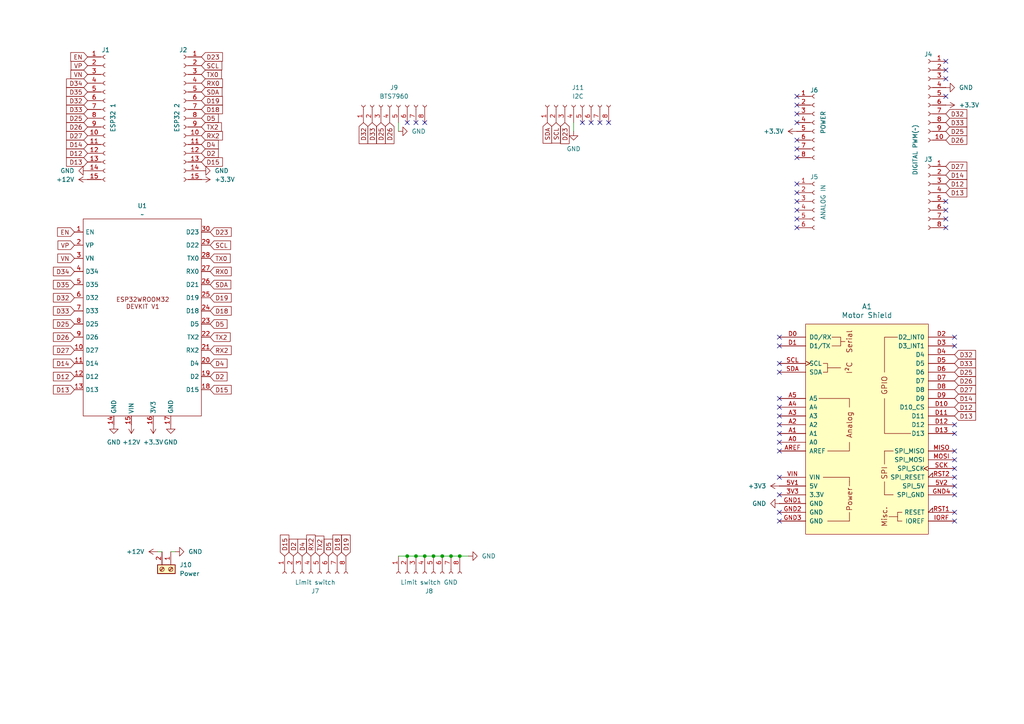
<source format=kicad_sch>
(kicad_sch (version 20231120) (generator "eeschema") (generator_version "8.0")
  (paper "A4")
  (lib_symbols
    (symbol "Connector:Conn_01x06_Socket" (pin_names (offset 1.016) hide)
      (property "Reference" "J" (at 0 7.62 0))
      (property "Value" "Conn_01x06_Socket" (at 0 -10.16 0))
      (symbol "Conn_01x06_Socket_1_1"
        (arc (start 0 -7.112) (mid -0.5058 -7.62) (end 0 -8.128) (stroke (width 0.1524)))
        (arc (start 0 -4.572) (mid -0.5058 -5.08) (end 0 -5.588) (stroke (width 0.1524)))
        (arc (start 0 -2.032) (mid -0.5058 -2.54) (end 0 -3.048) (stroke (width 0.1524)))
        (polyline (pts (xy -1.27 -7.62) (xy -0.508 -7.62)) (stroke (width 0.1524)))
        (polyline (pts (xy -1.27 -5.08) (xy -0.508 -5.08)) (stroke (width 0.1524)))
        (polyline (pts (xy -1.27 -2.54) (xy -0.508 -2.54)) (stroke (width 0.1524)))
        (polyline (pts (xy -1.27 0) (xy -0.508 0)) (stroke (width 0.1524)))
        (polyline (pts (xy -1.27 2.54) (xy -0.508 2.54)) (stroke (width 0.1524)))
        (polyline (pts (xy -1.27 5.08) (xy -0.508 5.08)) (stroke (width 0.1524)))
        (arc (start 0 0.508) (mid -0.5058 0) (end 0 -0.508) (stroke (width 0.1524)))
        (arc (start 0 3.048) (mid -0.5058 2.54) (end 0 2.032) (stroke (width 0.1524)))
        (arc (start 0 5.588) (mid -0.5058 5.08) (end 0 4.572) (stroke (width 0.1524)))
        (pin passive line (at -5.08 5.08 0) (length 3.81) (name "Pin_1") (number "1"))
        (pin passive line (at -5.08 2.54 0) (length 3.81) (name "Pin_2") (number "2"))
        (pin passive line (at -5.08 0 0) (length 3.81) (name "Pin_3") (number "3"))
        (pin passive line (at -5.08 -2.54 0) (length 3.81) (name "Pin_4") (number "4"))
        (pin passive line (at -5.08 -5.08 0) (length 3.81) (name "Pin_5") (number "5"))
        (pin passive line (at -5.08 -7.62 0) (length 3.81) (name "Pin_6") (number "6"))
      )
    )
    (symbol "Connector:Conn_01x08_Socket" (pin_names (offset 1.016) hide)
      (property "Reference" "J" (at 0 10.16 0))
      (property "Value" "Conn_01x08_Socket" (at 0 -12.7 0))
      (symbol "Conn_01x08_Socket_1_1"
        (arc (start 0 -9.652) (mid -0.5058 -10.16) (end 0 -10.668) (stroke (width 0.1524)))
        (arc (start 0 -7.112) (mid -0.5058 -7.62) (end 0 -8.128) (stroke (width 0.1524)))
        (arc (start 0 -4.572) (mid -0.5058 -5.08) (end 0 -5.588) (stroke (width 0.1524)))
        (arc (start 0 -2.032) (mid -0.5058 -2.54) (end 0 -3.048) (stroke (width 0.1524)))
        (polyline (pts (xy -1.27 -10.16) (xy -0.508 -10.16)) (stroke (width 0.1524)))
        (polyline (pts (xy -1.27 -7.62) (xy -0.508 -7.62)) (stroke (width 0.1524)))
        (polyline (pts (xy -1.27 -5.08) (xy -0.508 -5.08)) (stroke (width 0.1524)))
        (polyline (pts (xy -1.27 -2.54) (xy -0.508 -2.54)) (stroke (width 0.1524)))
        (polyline (pts (xy -1.27 0) (xy -0.508 0)) (stroke (width 0.1524)))
        (polyline (pts (xy -1.27 2.54) (xy -0.508 2.54)) (stroke (width 0.1524)))
        (polyline (pts (xy -1.27 5.08) (xy -0.508 5.08)) (stroke (width 0.1524)))
        (polyline (pts (xy -1.27 7.62) (xy -0.508 7.62)) (stroke (width 0.1524)))
        (arc (start 0 0.508) (mid -0.5058 0) (end 0 -0.508) (stroke (width 0.1524)))
        (arc (start 0 3.048) (mid -0.5058 2.54) (end 0 2.032) (stroke (width 0.1524)))
        (arc (start 0 5.588) (mid -0.5058 5.08) (end 0 4.572) (stroke (width 0.1524)))
        (arc (start 0 8.128) (mid -0.5058 7.62) (end 0 7.112) (stroke (width 0.1524)))
        (pin passive line (at -5.08 7.62 0) (length 3.81) (name "Pin_1") (number "1"))
        (pin passive line (at -5.08 5.08 0) (length 3.81) (name "Pin_2") (number "2"))
        (pin passive line (at -5.08 2.54 0) (length 3.81) (name "Pin_3") (number "3"))
        (pin passive line (at -5.08 0 0) (length 3.81) (name "Pin_4") (number "4"))
        (pin passive line (at -5.08 -2.54 0) (length 3.81) (name "Pin_5") (number "5"))
        (pin passive line (at -5.08 -5.08 0) (length 3.81) (name "Pin_6") (number "6"))
        (pin passive line (at -5.08 -7.62 0) (length 3.81) (name "Pin_7") (number "7"))
        (pin passive line (at -5.08 -10.16 0) (length 3.81) (name "Pin_8") (number "8"))
      )
    )
    (symbol "Connector:Conn_01x10_Socket" (pin_names (offset 1.016) hide)
      (property "Reference" "J" (at 0 12.7 0))
      (property "Value" "Conn_01x10_Socket" (at 0 -15.24 0))
      (symbol "Conn_01x10_Socket_1_1"
        (arc (start 0 -12.192) (mid -0.5058 -12.7) (end 0 -13.208) (stroke (width 0.1524)))
        (arc (start 0 -9.652) (mid -0.5058 -10.16) (end 0 -10.668) (stroke (width 0.1524)))
        (arc (start 0 -7.112) (mid -0.5058 -7.62) (end 0 -8.128) (stroke (width 0.1524)))
        (arc (start 0 -4.572) (mid -0.5058 -5.08) (end 0 -5.588) (stroke (width 0.1524)))
        (arc (start 0 -2.032) (mid -0.5058 -2.54) (end 0 -3.048) (stroke (width 0.1524)))
        (polyline (pts (xy -1.27 -12.7) (xy -0.508 -12.7)) (stroke (width 0.1524)))
        (polyline (pts (xy -1.27 -10.16) (xy -0.508 -10.16)) (stroke (width 0.1524)))
        (polyline (pts (xy -1.27 -7.62) (xy -0.508 -7.62)) (stroke (width 0.1524)))
        (polyline (pts (xy -1.27 -5.08) (xy -0.508 -5.08)) (stroke (width 0.1524)))
        (polyline (pts (xy -1.27 -2.54) (xy -0.508 -2.54)) (stroke (width 0.1524)))
        (polyline (pts (xy -1.27 0) (xy -0.508 0)) (stroke (width 0.1524)))
        (polyline (pts (xy -1.27 2.54) (xy -0.508 2.54)) (stroke (width 0.1524)))
        (polyline (pts (xy -1.27 5.08) (xy -0.508 5.08)) (stroke (width 0.1524)))
        (polyline (pts (xy -1.27 7.62) (xy -0.508 7.62)) (stroke (width 0.1524)))
        (polyline (pts (xy -1.27 10.16) (xy -0.508 10.16)) (stroke (width 0.1524)))
        (arc (start 0 0.508) (mid -0.5058 0) (end 0 -0.508) (stroke (width 0.1524)))
        (arc (start 0 3.048) (mid -0.5058 2.54) (end 0 2.032) (stroke (width 0.1524)))
        (arc (start 0 5.588) (mid -0.5058 5.08) (end 0 4.572) (stroke (width 0.1524)))
        (arc (start 0 8.128) (mid -0.5058 7.62) (end 0 7.112) (stroke (width 0.1524)))
        (arc (start 0 10.668) (mid -0.5058 10.16) (end 0 9.652) (stroke (width 0.1524)))
        (pin passive line (at -5.08 10.16 0) (length 3.81) (name "Pin_1") (number "1"))
        (pin passive line (at -5.08 -12.7 0) (length 3.81) (name "Pin_10") (number "10"))
        (pin passive line (at -5.08 7.62 0) (length 3.81) (name "Pin_2") (number "2"))
        (pin passive line (at -5.08 5.08 0) (length 3.81) (name "Pin_3") (number "3"))
        (pin passive line (at -5.08 2.54 0) (length 3.81) (name "Pin_4") (number "4"))
        (pin passive line (at -5.08 0 0) (length 3.81) (name "Pin_5") (number "5"))
        (pin passive line (at -5.08 -2.54 0) (length 3.81) (name "Pin_6") (number "6"))
        (pin passive line (at -5.08 -5.08 0) (length 3.81) (name "Pin_7") (number "7"))
        (pin passive line (at -5.08 -7.62 0) (length 3.81) (name "Pin_8") (number "8"))
        (pin passive line (at -5.08 -10.16 0) (length 3.81) (name "Pin_9") (number "9"))
      )
    )
    (symbol "Connector:Conn_01x15_Socket" (pin_names (offset 1.016) hide)
      (property "Reference" "J" (at 0 20.32 0))
      (property "Value" "Conn_01x15_Socket" (at 0 -20.32 0))
      (symbol "Conn_01x15_Socket_1_1"
        (arc (start 0 -17.272) (mid -0.5058 -17.78) (end 0 -18.288) (stroke (width 0.1524)))
        (arc (start 0 -14.732) (mid -0.5058 -15.24) (end 0 -15.748) (stroke (width 0.1524)))
        (arc (start 0 -12.192) (mid -0.5058 -12.7) (end 0 -13.208) (stroke (width 0.1524)))
        (arc (start 0 -9.652) (mid -0.5058 -10.16) (end 0 -10.668) (stroke (width 0.1524)))
        (arc (start 0 -7.112) (mid -0.5058 -7.62) (end 0 -8.128) (stroke (width 0.1524)))
        (arc (start 0 -4.572) (mid -0.5058 -5.08) (end 0 -5.588) (stroke (width 0.1524)))
        (arc (start 0 -2.032) (mid -0.5058 -2.54) (end 0 -3.048) (stroke (width 0.1524)))
        (polyline (pts (xy -1.27 -17.78) (xy -0.508 -17.78)) (stroke (width 0.1524)))
        (polyline (pts (xy -1.27 -15.24) (xy -0.508 -15.24)) (stroke (width 0.1524)))
        (polyline (pts (xy -1.27 -12.7) (xy -0.508 -12.7)) (stroke (width 0.1524)))
        (polyline (pts (xy -1.27 -10.16) (xy -0.508 -10.16)) (stroke (width 0.1524)))
        (polyline (pts (xy -1.27 -7.62) (xy -0.508 -7.62)) (stroke (width 0.1524)))
        (polyline (pts (xy -1.27 -5.08) (xy -0.508 -5.08)) (stroke (width 0.1524)))
        (polyline (pts (xy -1.27 -2.54) (xy -0.508 -2.54)) (stroke (width 0.1524)))
        (polyline (pts (xy -1.27 0) (xy -0.508 0)) (stroke (width 0.1524)))
        (polyline (pts (xy -1.27 2.54) (xy -0.508 2.54)) (stroke (width 0.1524)))
        (polyline (pts (xy -1.27 5.08) (xy -0.508 5.08)) (stroke (width 0.1524)))
        (polyline (pts (xy -1.27 7.62) (xy -0.508 7.62)) (stroke (width 0.1524)))
        (polyline (pts (xy -1.27 10.16) (xy -0.508 10.16)) (stroke (width 0.1524)))
        (polyline (pts (xy -1.27 12.7) (xy -0.508 12.7)) (stroke (width 0.1524)))
        (polyline (pts (xy -1.27 15.24) (xy -0.508 15.24)) (stroke (width 0.1524)))
        (polyline (pts (xy -1.27 17.78) (xy -0.508 17.78)) (stroke (width 0.1524)))
        (arc (start 0 0.508) (mid -0.5058 0) (end 0 -0.508) (stroke (width 0.1524)))
        (arc (start 0 3.048) (mid -0.5058 2.54) (end 0 2.032) (stroke (width 0.1524)))
        (arc (start 0 5.588) (mid -0.5058 5.08) (end 0 4.572) (stroke (width 0.1524)))
        (arc (start 0 8.128) (mid -0.5058 7.62) (end 0 7.112) (stroke (width 0.1524)))
        (arc (start 0 10.668) (mid -0.5058 10.16) (end 0 9.652) (stroke (width 0.1524)))
        (arc (start 0 13.208) (mid -0.5058 12.7) (end 0 12.192) (stroke (width 0.1524)))
        (arc (start 0 15.748) (mid -0.5058 15.24) (end 0 14.732) (stroke (width 0.1524)))
        (arc (start 0 18.288) (mid -0.5058 17.78) (end 0 17.272) (stroke (width 0.1524)))
        (pin passive line (at -5.08 17.78 0) (length 3.81) (name "Pin_1") (number "1"))
        (pin passive line (at -5.08 -5.08 0) (length 3.81) (name "Pin_10") (number "10"))
        (pin passive line (at -5.08 -7.62 0) (length 3.81) (name "Pin_11") (number "11"))
        (pin passive line (at -5.08 -10.16 0) (length 3.81) (name "Pin_12") (number "12"))
        (pin passive line (at -5.08 -12.7 0) (length 3.81) (name "Pin_13") (number "13"))
        (pin passive line (at -5.08 -15.24 0) (length 3.81) (name "Pin_14") (number "14"))
        (pin passive line (at -5.08 -17.78 0) (length 3.81) (name "Pin_15") (number "15"))
        (pin passive line (at -5.08 15.24 0) (length 3.81) (name "Pin_2") (number "2"))
        (pin passive line (at -5.08 12.7 0) (length 3.81) (name "Pin_3") (number "3"))
        (pin passive line (at -5.08 10.16 0) (length 3.81) (name "Pin_4") (number "4"))
        (pin passive line (at -5.08 7.62 0) (length 3.81) (name "Pin_5") (number "5"))
        (pin passive line (at -5.08 5.08 0) (length 3.81) (name "Pin_6") (number "6"))
        (pin passive line (at -5.08 2.54 0) (length 3.81) (name "Pin_7") (number "7"))
        (pin passive line (at -5.08 0 0) (length 3.81) (name "Pin_8") (number "8"))
        (pin passive line (at -5.08 -2.54 0) (length 3.81) (name "Pin_9") (number "9"))
      )
    )
    (symbol "Connector:Screw_Terminal_01x02" (pin_names (offset 1.016) hide)
      (property "Reference" "J" (at 0 2.54 0))
      (property "Value" "Screw_Terminal_01x02" (at 0 -5.08 0))
      (symbol "Screw_Terminal_01x02_1_1"
        (rectangle (start -1.27 1.27) (end 1.27 -3.81) (stroke (width 0.254)) (fill (type background)))
        (circle (center 0 -2.54) (radius 0.635) (stroke (width 0.1524)))
        (polyline (pts (xy -0.5334 -2.2098) (xy 0.3302 -3.048)) (stroke (width 0.1524)))
        (polyline (pts (xy -0.5334 0.3302) (xy 0.3302 -0.508)) (stroke (width 0.1524)))
        (polyline (pts (xy -0.3556 -2.032) (xy 0.508 -2.8702)) (stroke (width 0.1524)))
        (polyline (pts (xy -0.3556 0.508) (xy 0.508 -0.3302)) (stroke (width 0.1524)))
        (circle (center 0 0) (radius 0.635) (stroke (width 0.1524)))
        (pin passive line (at -5.08 0 0) (length 3.81) (name "Pin_1") (number "1"))
        (pin passive line (at -5.08 -2.54 0) (length 3.81) (name "Pin_2") (number "2"))
      )
    )
    (symbol "ESP32_DEVKITV1:ESP32_DEVKITV1" (pin_names (offset 0.635))
      (property "Reference" "U" (at 0.254 19.812 0))
      (symbol "ESP32_DEVKITV1_0_1"
        (rectangle (start -16.51 22.86) (end 17.78 -34.29))
      )
      (symbol "ESP32_DEVKITV1_1_1"
        (text "ESP32WROOM32\nDEVKIT V1" (at 0.762 -1.524 0) (effects (font (size 1.27 1.27))))
        (pin bidirectional line (at -19.05 19.05 0) (length 2.54) (name "EN") (number "1"))
        (pin bidirectional line (at -19.05 -15.24 0) (length 2.54) (name "D27") (number "10"))
        (pin bidirectional line (at -19.05 -19.05 0) (length 2.54) (name "D14") (number "11"))
        (pin bidirectional line (at -19.05 -22.86 0) (length 2.54) (name "D12") (number "12"))
        (pin bidirectional line (at -19.05 -26.67 0) (length 2.54) (name "D13") (number "13"))
        (pin bidirectional line (at -7.62 -36.83 90) (length 2.54) (name "GND") (number "14"))
        (pin input line (at -2.54 -36.83 90) (length 2.54) (name "VIN") (number "15"))
        (pin input line (at 3.81 -36.83 90) (length 2.54) (name "3V3") (number "16"))
        (pin bidirectional line (at 8.89 -36.83 90) (length 2.54) (name "GND") (number "17"))
        (pin bidirectional line (at 20.32 -26.67 180) (length 2.54) (name "D15") (number "18"))
        (pin bidirectional line (at 20.32 -22.86 180) (length 2.54) (name "D2") (number "19"))
        (pin bidirectional line (at -19.05 15.24 0) (length 2.54) (name "VP") (number "2"))
        (pin bidirectional line (at 20.32 -19.05 180) (length 2.54) (name "D4") (number "20"))
        (pin bidirectional line (at 20.32 -15.24 180) (length 2.54) (name "RX2") (number "21"))
        (pin bidirectional line (at 20.32 -11.43 180) (length 2.54) (name "TX2") (number "22"))
        (pin bidirectional line (at 20.32 -7.62 180) (length 2.54) (name "D5") (number "23"))
        (pin bidirectional line (at 20.32 -3.81 180) (length 2.54) (name "D18") (number "24"))
        (pin bidirectional line (at 20.32 0 180) (length 2.54) (name "D19") (number "25"))
        (pin bidirectional line (at 20.32 3.81 180) (length 2.54) (name "D21") (number "26"))
        (pin bidirectional line (at 20.32 7.62 180) (length 2.54) (name "RX0") (number "27"))
        (pin bidirectional line (at 20.32 11.43 180) (length 2.54) (name "TX0") (number "28"))
        (pin bidirectional line (at 20.32 15.24 180) (length 2.54) (name "D22") (number "29"))
        (pin bidirectional line (at -19.05 11.43 0) (length 2.54) (name "VN") (number "3"))
        (pin bidirectional line (at 20.32 19.05 180) (length 2.54) (name "D23") (number "30"))
        (pin bidirectional line (at -19.05 7.62 0) (length 2.54) (name "D34") (number "4"))
        (pin bidirectional line (at -19.05 3.81 0) (length 2.54) (name "D35") (number "5"))
        (pin bidirectional line (at -19.05 0 0) (length 2.54) (name "D32") (number "6"))
        (pin bidirectional line (at -19.05 -3.81 0) (length 2.54) (name "D33") (number "7"))
        (pin bidirectional line (at -19.05 -7.62 0) (length 2.54) (name "D25") (number "8"))
        (pin bidirectional line (at -19.05 -11.43 0) (length 2.54) (name "D26") (number "9"))
      )
    )
    (symbol "PCM_arduino-library:Arduino_Uno_R3_Shield" (pin_names (offset 1.016))
      (property "Reference" "A" (at 0 36.83 0))
      (property "Value" "Arduino_Uno_R3_Shield" (at 0 33.02 0))
      (symbol "Arduino_Uno_R3_Shield_0_0"
        (rectangle (start -17.78 30.48) (end 17.78 -30.48) (fill (type background)))
        (rectangle (start -12.7 -13.97) (end -5.08 -13.97))
        (rectangle (start -11.43 -26.67) (end -5.08 -26.67))
        (polyline (pts (xy -11.43 17.78) (xy -7.62 17.78)))
        (polyline (pts (xy -7.62 25.4) (xy -6.35 25.4)))
        (polyline (pts (xy -5.08 -26.67) (xy -5.08 -24.13)))
        (polyline (pts (xy -5.08 -15.24) (xy -5.08 -16.51)))
        (polyline (pts (xy -5.08 -13.97) (xy -5.08 -15.24)))
        (polyline (pts (xy -5.08 -3.81) (xy -5.08 -6.35) (xy -11.43 -6.35)))
        (polyline (pts (xy -5.08 6.35) (xy -5.08 8.89) (xy -13.97 8.89)))
        (polyline (pts (xy 5.08 8.89) (xy 5.08 -1.27) (xy 12.7 -1.27)))
        (polyline (pts (xy 5.08 16.51) (xy 5.08 26.67) (xy 8.89 26.67)))
        (polyline (pts (xy -12.7 19.05) (xy -11.43 19.05) (xy -11.43 16.51) (xy -12.7 16.51)))
        (polyline (pts (xy -10.16 26.67) (xy -7.62 26.67) (xy -7.62 24.13) (xy -10.16 24.13)))
        (rectangle (start 5.08 -19.05) (end 5.08 -15.24))
        (rectangle (start 5.08 -19.05) (end 7.62 -19.05))
        (rectangle (start 5.08 -10.16) (end 5.08 -6.35))
        (rectangle (start 7.62 -6.35) (end 5.08 -6.35))
        (rectangle (start 8.89 -25.4) (end 6.35 -25.4))
        (rectangle (start 8.89 -24.13) (end 8.89 -26.67))
        (rectangle (start 10.16 -26.67) (end 8.89 -26.67))
        (rectangle (start 10.16 -24.13) (end 8.89 -24.13))
        (text "Analog" (at -5.08 1.27 900) (effects (font (size 1.524 1.524))))
        (text "I²C" (at -5.08 17.78 900) (effects (font (size 1.524 1.524))))
        (text "Misc." (at 5.08 -25.4 900) (effects (font (size 1.524 1.524))))
        (text "Power" (at -5.08 -20.32 900) (effects (font (size 1.524 1.524))))
        (text "Serial" (at -5.08 25.4 900) (effects (font (size 1.524 1.524))))
        (text "SPI" (at 5.08 -12.7 900) (effects (font (size 1.524 1.524))))
      )
      (symbol "Arduino_Uno_R3_Shield_1_0"
        (text "GPIO" (at 5.08 12.7 900) (effects (font (size 1.524 1.524))))
      )
      (symbol "Arduino_Uno_R3_Shield_1_1"
        (pin power_out line (at -25.4 -19.05 0) (length 7.62) (name "3.3V") (number "3V3"))
        (pin power_in line (at -25.4 -16.51 0) (length 7.62) (name "5V") (number "5V1"))
        (pin power_in line (at 25.4 -16.51 180) (length 7.62) (name "SPI_5V") (number "5V2"))
        (pin bidirectional line (at -25.4 -3.81 0) (length 7.62) (name "A0") (number "A0"))
        (pin bidirectional line (at -25.4 -1.27 0) (length 7.62) (name "A1") (number "A1"))
        (pin bidirectional line (at -25.4 1.27 0) (length 7.62) (name "A2") (number "A2"))
        (pin bidirectional line (at -25.4 3.81 0) (length 7.62) (name "A3") (number "A3"))
        (pin bidirectional line (at -25.4 6.35 0) (length 7.62) (name "A4") (number "A4"))
        (pin bidirectional line (at -25.4 8.89 0) (length 7.62) (name "A5") (number "A5"))
        (pin input line (at -25.4 -6.35 0) (length 7.62) (name "AREF") (number "AREF"))
        (pin bidirectional line (at -25.4 26.67 0) (length 7.62) (name "D0/RX") (number "D0"))
        (pin bidirectional line (at -25.4 24.13 0) (length 7.62) (name "D1/TX") (number "D1"))
        (pin bidirectional line (at 25.4 6.35 180) (length 7.62) (name "D10_CS") (number "D10"))
        (pin bidirectional line (at 25.4 3.81 180) (length 7.62) (name "D11") (number "D11"))
        (pin bidirectional line (at 25.4 1.27 180) (length 7.62) (name "D12") (number "D12"))
        (pin bidirectional line (at 25.4 -1.27 180) (length 7.62) (name "D13") (number "D13"))
        (pin bidirectional line (at 25.4 26.67 180) (length 7.62) (name "D2_INT0") (number "D2"))
        (pin bidirectional line (at 25.4 24.13 180) (length 7.62) (name "D3_INT1") (number "D3"))
        (pin bidirectional line (at 25.4 21.59 180) (length 7.62) (name "D4") (number "D4"))
        (pin bidirectional line (at 25.4 19.05 180) (length 7.62) (name "D5") (number "D5"))
        (pin bidirectional line (at 25.4 16.51 180) (length 7.62) (name "D6") (number "D6"))
        (pin bidirectional line (at 25.4 13.97 180) (length 7.62) (name "D7") (number "D7"))
        (pin bidirectional line (at 25.4 11.43 180) (length 7.62) (name "D8") (number "D8"))
        (pin bidirectional line (at 25.4 8.89 180) (length 7.62) (name "D9") (number "D9"))
        (pin power_in line (at -25.4 -21.59 0) (length 7.62) (name "GND") (number "GND1"))
        (pin power_in line (at -25.4 -24.13 0) (length 7.62) (name "GND") (number "GND2"))
        (pin power_in line (at -25.4 -26.67 0) (length 7.62) (name "GND") (number "GND3"))
        (pin power_in line (at 25.4 -19.05 180) (length 7.62) (name "SPI_GND") (number "GND4"))
        (pin output line (at 25.4 -26.67 180) (length 7.62) (name "IOREF") (number "IORF"))
        (pin input line (at 25.4 -6.35 180) (length 7.62) (name "SPI_MISO") (number "MISO"))
        (pin output line (at 25.4 -8.89 180) (length 7.62) (name "SPI_MOSI") (number "MOSI"))
        (pin open_collector input_low (at 25.4 -24.13 180) (length 7.62) (name "RESET") (number "RST1"))
        (pin open_collector input_low (at 25.4 -13.97 180) (length 7.62) (name "SPI_RESET") (number "RST2"))
        (pin output clock (at 25.4 -11.43 180) (length 7.62) (name "SPI_SCK") (number "SCK"))
        (pin bidirectional clock (at -25.4 19.05 0) (length 7.62) (name "SCL") (number "SCL"))
        (pin bidirectional line (at -25.4 16.51 0) (length 7.62) (name "SDA") (number "SDA"))
        (pin power_in line (at -25.4 -13.97 0) (length 7.62) (name "VIN") (number "VIN"))
      )
    )
    (symbol "power:+12V" (power) (pin_numbers hide) (pin_names (offset 0) hide)
      (property "Value" "+12V" (at 0 3.556 0))
      (symbol "+12V_0_1"
        (polyline (pts (xy -0.762 1.27) (xy 0 2.54)))
        (polyline (pts (xy 0 0) (xy 0 2.54)))
        (polyline (pts (xy 0 2.54) (xy 0.762 1.27)))
      )
      (symbol "+12V_1_1"
        (pin power_in line (at 0 0 90) (length 0) (name "~") (number "1"))
      )
    )
    (symbol "power:+3.3V" (power) (pin_numbers hide) (pin_names (offset 0) hide)
      (property "Value" "+3.3V" (at 0 3.556 0))
      (symbol "+3.3V_0_1"
        (polyline (pts (xy -0.762 1.27) (xy 0 2.54)))
        (polyline (pts (xy 0 0) (xy 0 2.54)))
        (polyline (pts (xy 0 2.54) (xy 0.762 1.27)))
      )
      (symbol "+3.3V_1_1"
        (pin power_in line (at 0 0 90) (length 0) (name "~") (number "1"))
      )
    )
    (symbol "power:+3V3" (power) (pin_numbers hide) (pin_names (offset 0) hide)
      (property "Value" "+3V3" (at 0 3.556 0))
      (symbol "+3V3_0_1"
        (polyline (pts (xy -0.762 1.27) (xy 0 2.54)))
        (polyline (pts (xy 0 0) (xy 0 2.54)))
        (polyline (pts (xy 0 2.54) (xy 0.762 1.27)))
      )
      (symbol "+3V3_1_1"
        (pin power_in line (at 0 0 90) (length 0) (name "~") (number "1"))
      )
    )
    (symbol "power:GND" (power) (pin_numbers hide) (pin_names (offset 0) hide)
      (property "Value" "GND" (at 0 -3.81 0))
      (symbol "GND_0_1"
        (polyline (pts (xy 0 0) (xy 0 -1.27) (xy 1.27 -1.27) (xy 0 -2.54) (xy -1.27 -1.27) (xy 0 -1.27)))
      )
      (symbol "GND_1_1"
        (pin power_in line (at 0 0 270) (length 0) (name "~") (number "1"))
      )
    )
  )
  (junction (at 133.35 161.29))
  (junction (at 130.81 161.29))
  (junction (at 123.19 161.29))
  (junction (at 128.27 161.29))
  (junction (at 125.73 161.29))
  (junction (at 120.65 161.29))
  (junction (at 118.11 161.29))
  (no_connect (at 226.06 125.73))
  (no_connect (at 276.86 138.43))
  (no_connect (at 226.06 151.13))
  (no_connect (at 276.86 140.97))
  (no_connect (at 226.06 100.33))
  (no_connect (at 226.06 97.79))
  (no_connect (at 173.99 35.56))
  (no_connect (at 276.86 143.51))
  (no_connect (at 276.86 135.89))
  (no_connect (at 231.14 40.64))
  (no_connect (at 274.32 60.96))
  (no_connect (at 226.06 120.65))
  (no_connect (at 274.32 63.5))
  (no_connect (at 226.06 115.57))
  (no_connect (at 231.14 53.34))
  (no_connect (at 231.14 45.72))
  (no_connect (at 276.86 151.13))
  (no_connect (at 274.32 58.42))
  (no_connect (at 276.86 97.79))
  (no_connect (at 276.86 123.19))
  (no_connect (at 274.32 66.04))
  (no_connect (at 231.14 63.5))
  (no_connect (at 226.06 130.81))
  (no_connect (at 226.06 118.11))
  (no_connect (at 231.14 30.48))
  (no_connect (at 226.06 107.95))
  (no_connect (at 171.45 35.56))
  (no_connect (at 226.06 123.19))
  (no_connect (at 226.06 128.27))
  (no_connect (at 231.14 43.18))
  (no_connect (at 274.32 22.86))
  (no_connect (at 176.53 35.56))
  (no_connect (at 231.14 27.94))
  (no_connect (at 120.65 35.56))
  (no_connect (at 276.86 125.73))
  (no_connect (at 118.11 35.56))
  (no_connect (at 226.06 148.59))
  (no_connect (at 276.86 148.59))
  (no_connect (at 231.14 58.42))
  (no_connect (at 231.14 66.04))
  (no_connect (at 274.32 20.32))
  (no_connect (at 226.06 143.51))
  (no_connect (at 231.14 33.02))
  (no_connect (at 168.91 35.56))
  (no_connect (at 231.14 35.56))
  (no_connect (at 123.19 35.56))
  (no_connect (at 274.32 27.94))
  (no_connect (at 276.86 100.33))
  (no_connect (at 274.32 17.78))
  (no_connect (at 231.14 60.96))
  (no_connect (at 226.06 105.41))
  (no_connect (at 231.14 55.88))
  (no_connect (at 276.86 133.35))
  (no_connect (at 226.06 138.43))
  (no_connect (at 276.86 130.81))
  (wire (pts (xy 115.57 161.29) (xy 118.11 161.29)))
  (wire (pts (xy 50.8 160.02) (xy 49.53 160.02)))
  (wire (pts (xy 125.73 161.29) (xy 128.27 161.29)))
  (wire (pts (xy 128.27 161.29) (xy 130.81 161.29)))
  (wire (pts (xy 135.89 161.29) (xy 133.35 161.29)))
  (wire (pts (xy 115.57 35.56) (xy 115.57 38.1)))
  (wire (pts (xy 123.19 161.29) (xy 125.73 161.29)))
  (wire (pts (xy 120.65 161.29) (xy 123.19 161.29)))
  (wire (pts (xy 166.37 38.1) (xy 166.37 35.56)))
  (wire (pts (xy 118.11 161.29) (xy 120.65 161.29)))
  (wire (pts (xy 130.81 161.29) (xy 133.35 161.29)))
  (wire (pts (xy 45.72 160.02) (xy 46.99 160.02)))
  (global_label "D2" (shape input) (at 58.42 44.45 0) (property "Intersheetrefs" "${INTERSHEET_REFS}" (effects (hide yes))))
  (global_label "SDA" (shape input) (at 60.96 82.55 0) (property "Intersheetrefs" "${INTERSHEET_REFS}" (effects (hide yes))))
  (global_label "D5" (shape input) (at 95.25 161.29 90) (property "Intersheetrefs" "${INTERSHEET_REFS}" (effects (hide yes))))
  (global_label "TX0" (shape input) (at 60.96 74.93 0) (property "Intersheetrefs" "${INTERSHEET_REFS}" (effects (hide yes))))
  (global_label "D26" (shape input) (at 276.86 110.49 0) (property "Intersheetrefs" "${INTERSHEET_REFS}" (effects (hide yes))))
  (global_label "D2" (shape input) (at 60.96 109.22 0) (property "Intersheetrefs" "${INTERSHEET_REFS}" (effects (hide yes))))
  (global_label "SCL" (shape input) (at 60.96 71.12 0) (property "Intersheetrefs" "${INTERSHEET_REFS}" (effects (hide yes))))
  (global_label "D32" (shape input) (at 21.59 86.36 180) (property "Intersheetrefs" "${INTERSHEET_REFS}" (effects (hide yes))))
  (global_label "D12" (shape input) (at 274.32 53.34 0) (property "Intersheetrefs" "${INTERSHEET_REFS}" (effects (hide yes))))
  (global_label "D33" (shape input) (at 25.4 31.75 180) (property "Intersheetrefs" "${INTERSHEET_REFS}" (effects (hide yes))))
  (global_label "D5" (shape input) (at 58.42 34.29 0) (property "Intersheetrefs" "${INTERSHEET_REFS}" (effects (hide yes))))
  (global_label "D12" (shape input) (at 21.59 109.22 180) (property "Intersheetrefs" "${INTERSHEET_REFS}" (effects (hide yes))))
  (global_label "D23" (shape input) (at 58.42 16.51 0) (property "Intersheetrefs" "${INTERSHEET_REFS}" (effects (hide yes))))
  (global_label "D32" (shape input) (at 276.86 102.87 0) (property "Intersheetrefs" "${INTERSHEET_REFS}" (effects (hide yes))))
  (global_label "D19" (shape input) (at 100.33 161.29 90) (property "Intersheetrefs" "${INTERSHEET_REFS}" (effects (hide yes))))
  (global_label "D35" (shape input) (at 25.4 26.67 180) (property "Intersheetrefs" "${INTERSHEET_REFS}" (effects (hide yes))))
  (global_label "D32" (shape input) (at 105.41 35.56 270) (property "Intersheetrefs" "${INTERSHEET_REFS}" (effects (hide yes))))
  (global_label "RX0" (shape input) (at 58.42 24.13 0) (property "Intersheetrefs" "${INTERSHEET_REFS}" (effects (hide yes))))
  (global_label "VN" (shape input) (at 21.59 74.93 180) (property "Intersheetrefs" "${INTERSHEET_REFS}" (effects (hide yes))))
  (global_label "D32" (shape input) (at 25.4 29.21 180) (property "Intersheetrefs" "${INTERSHEET_REFS}" (effects (hide yes))))
  (global_label "SCL" (shape input) (at 58.42 19.05 0) (property "Intersheetrefs" "${INTERSHEET_REFS}" (effects (hide yes))))
  (global_label "D23" (shape input) (at 163.83 35.56 270) (property "Intersheetrefs" "${INTERSHEET_REFS}" (effects (hide yes))))
  (global_label "RX2" (shape input) (at 90.17 161.29 90) (property "Intersheetrefs" "${INTERSHEET_REFS}" (effects (hide yes))))
  (global_label "D12" (shape input) (at 276.86 118.11 0) (property "Intersheetrefs" "${INTERSHEET_REFS}" (effects (hide yes))))
  (global_label "D25" (shape input) (at 276.86 107.95 0) (property "Intersheetrefs" "${INTERSHEET_REFS}" (effects (hide yes))))
  (global_label "D23" (shape input) (at 60.96 67.31 0) (property "Intersheetrefs" "${INTERSHEET_REFS}" (effects (hide yes))))
  (global_label "D13" (shape input) (at 276.86 120.65 0) (property "Intersheetrefs" "${INTERSHEET_REFS}" (effects (hide yes))))
  (global_label "D34" (shape input) (at 25.4 24.13 180) (property "Intersheetrefs" "${INTERSHEET_REFS}" (effects (hide yes))))
  (global_label "EN" (shape input) (at 21.59 67.31 180) (property "Intersheetrefs" "${INTERSHEET_REFS}" (effects (hide yes))))
  (global_label "D26" (shape input) (at 274.32 40.64 0) (property "Intersheetrefs" "${INTERSHEET_REFS}" (effects (hide yes))))
  (global_label "D14" (shape input) (at 276.86 115.57 0) (property "Intersheetrefs" "${INTERSHEET_REFS}" (effects (hide yes))))
  (global_label "D18" (shape input) (at 60.96 90.17 0) (property "Intersheetrefs" "${INTERSHEET_REFS}" (effects (hide yes))))
  (global_label "SDA" (shape input) (at 158.75 35.56 270) (property "Intersheetrefs" "${INTERSHEET_REFS}" (effects (hide yes))))
  (global_label "D13" (shape input) (at 274.32 55.88 0) (property "Intersheetrefs" "${INTERSHEET_REFS}" (effects (hide yes))))
  (global_label "D32" (shape input) (at 274.32 33.02 0) (property "Intersheetrefs" "${INTERSHEET_REFS}" (effects (hide yes))))
  (global_label "D34" (shape input) (at 21.59 78.74 180) (property "Intersheetrefs" "${INTERSHEET_REFS}" (effects (hide yes))))
  (global_label "D33" (shape input) (at 276.86 105.41 0) (property "Intersheetrefs" "${INTERSHEET_REFS}" (effects (hide yes))))
  (global_label "TX2" (shape input) (at 92.71 161.29 90) (property "Intersheetrefs" "${INTERSHEET_REFS}" (effects (hide yes))))
  (global_label "SCL" (shape input) (at 161.29 35.56 270) (property "Intersheetrefs" "${INTERSHEET_REFS}" (effects (hide yes))))
  (global_label "D18" (shape input) (at 58.42 31.75 0) (property "Intersheetrefs" "${INTERSHEET_REFS}" (effects (hide yes))))
  (global_label "D4" (shape input) (at 58.42 41.91 0) (property "Intersheetrefs" "${INTERSHEET_REFS}" (effects (hide yes))))
  (global_label "TX0" (shape input) (at 58.42 21.59 0) (property "Intersheetrefs" "${INTERSHEET_REFS}" (effects (hide yes))))
  (global_label "D35" (shape input) (at 21.59 82.55 180) (property "Intersheetrefs" "${INTERSHEET_REFS}" (effects (hide yes))))
  (global_label "D19" (shape input) (at 58.42 29.21 0) (property "Intersheetrefs" "${INTERSHEET_REFS}" (effects (hide yes))))
  (global_label "VN" (shape input) (at 25.4 21.59 180) (property "Intersheetrefs" "${INTERSHEET_REFS}" (effects (hide yes))))
  (global_label "D27" (shape input) (at 274.32 48.26 0) (property "Intersheetrefs" "${INTERSHEET_REFS}" (effects (hide yes))))
  (global_label "D27" (shape input) (at 276.86 113.03 0) (property "Intersheetrefs" "${INTERSHEET_REFS}" (effects (hide yes))))
  (global_label "D18" (shape input) (at 97.79 161.29 90) (property "Intersheetrefs" "${INTERSHEET_REFS}" (effects (hide yes))))
  (global_label "D33" (shape input) (at 107.95 35.56 270) (property "Intersheetrefs" "${INTERSHEET_REFS}" (effects (hide yes))))
  (global_label "D14" (shape input) (at 25.4 41.91 180) (property "Intersheetrefs" "${INTERSHEET_REFS}" (effects (hide yes))))
  (global_label "D26" (shape input) (at 21.59 97.79 180) (property "Intersheetrefs" "${INTERSHEET_REFS}" (effects (hide yes))))
  (global_label "D15" (shape input) (at 60.96 113.03 0) (property "Intersheetrefs" "${INTERSHEET_REFS}" (effects (hide yes))))
  (global_label "D25" (shape input) (at 274.32 38.1 0) (property "Intersheetrefs" "${INTERSHEET_REFS}" (effects (hide yes))))
  (global_label "D13" (shape input) (at 25.4 46.99 180) (property "Intersheetrefs" "${INTERSHEET_REFS}" (effects (hide yes))))
  (global_label "VP" (shape input) (at 21.59 71.12 180) (property "Intersheetrefs" "${INTERSHEET_REFS}" (effects (hide yes))))
  (global_label "D15" (shape input) (at 82.55 161.29 90) (property "Intersheetrefs" "${INTERSHEET_REFS}" (effects (hide yes))))
  (global_label "D25" (shape input) (at 110.49 35.56 270) (property "Intersheetrefs" "${INTERSHEET_REFS}" (effects (hide yes))))
  (global_label "D26" (shape input) (at 25.4 36.83 180) (property "Intersheetrefs" "${INTERSHEET_REFS}" (effects (hide yes))))
  (global_label "D15" (shape input) (at 58.42 46.99 0) (property "Intersheetrefs" "${INTERSHEET_REFS}" (effects (hide yes))))
  (global_label "D13" (shape input) (at 21.59 113.03 180) (property "Intersheetrefs" "${INTERSHEET_REFS}" (effects (hide yes))))
  (global_label "D27" (shape input) (at 21.59 101.6 180) (property "Intersheetrefs" "${INTERSHEET_REFS}" (effects (hide yes))))
  (global_label "SDA" (shape input) (at 58.42 26.67 0) (property "Intersheetrefs" "${INTERSHEET_REFS}" (effects (hide yes))))
  (global_label "D26" (shape input) (at 113.03 35.56 270) (property "Intersheetrefs" "${INTERSHEET_REFS}" (effects (hide yes))))
  (global_label "D5" (shape input) (at 60.96 93.98 0) (property "Intersheetrefs" "${INTERSHEET_REFS}" (effects (hide yes))))
  (global_label "D27" (shape input) (at 25.4 39.37 180) (property "Intersheetrefs" "${INTERSHEET_REFS}" (effects (hide yes))))
  (global_label "TX2" (shape input) (at 60.96 97.79 0) (property "Intersheetrefs" "${INTERSHEET_REFS}" (effects (hide yes))))
  (global_label "D19" (shape input) (at 60.96 86.36 0) (property "Intersheetrefs" "${INTERSHEET_REFS}" (effects (hide yes))))
  (global_label "D33" (shape input) (at 274.32 35.56 0) (property "Intersheetrefs" "${INTERSHEET_REFS}" (effects (hide yes))))
  (global_label "D33" (shape input) (at 21.59 90.17 180) (property "Intersheetrefs" "${INTERSHEET_REFS}" (effects (hide yes))))
  (global_label "VP" (shape input) (at 25.4 19.05 180) (property "Intersheetrefs" "${INTERSHEET_REFS}" (effects (hide yes))))
  (global_label "TX2" (shape input) (at 58.42 36.83 0) (property "Intersheetrefs" "${INTERSHEET_REFS}" (effects (hide yes))))
  (global_label "D12" (shape input) (at 25.4 44.45 180) (property "Intersheetrefs" "${INTERSHEET_REFS}" (effects (hide yes))))
  (global_label "D4" (shape input) (at 60.96 105.41 0) (property "Intersheetrefs" "${INTERSHEET_REFS}" (effects (hide yes))))
  (global_label "D14" (shape input) (at 21.59 105.41 180) (property "Intersheetrefs" "${INTERSHEET_REFS}" (effects (hide yes))))
  (global_label "RX0" (shape input) (at 60.96 78.74 0) (property "Intersheetrefs" "${INTERSHEET_REFS}" (effects (hide yes))))
  (global_label "D25" (shape input) (at 21.59 93.98 180) (property "Intersheetrefs" "${INTERSHEET_REFS}" (effects (hide yes))))
  (global_label "D4" (shape input) (at 87.63 161.29 90) (property "Intersheetrefs" "${INTERSHEET_REFS}" (effects (hide yes))))
  (global_label "D25" (shape input) (at 25.4 34.29 180) (property "Intersheetrefs" "${INTERSHEET_REFS}" (effects (hide yes))))
  (global_label "RX2" (shape input) (at 58.42 39.37 0) (property "Intersheetrefs" "${INTERSHEET_REFS}" (effects (hide yes))))
  (global_label "D2" (shape input) (at 85.09 161.29 90) (property "Intersheetrefs" "${INTERSHEET_REFS}" (effects (hide yes))))
  (global_label "EN" (shape input) (at 25.4 16.51 180) (property "Intersheetrefs" "${INTERSHEET_REFS}" (effects (hide yes))))
  (global_label "D14" (shape input) (at 274.32 50.8 0) (property "Intersheetrefs" "${INTERSHEET_REFS}" (effects (hide yes))))
  (global_label "RX2" (shape input) (at 60.96 101.6 0) (property "Intersheetrefs" "${INTERSHEET_REFS}" (effects (hide yes))))
  (symbol (lib_id "Connector:Conn_01x08_Socket") (at 269.24 55.88 0) (mirror y) (unit 1)
    (property "Reference" "J3" (at 269.24 46.228 0))
    (property "Value" "Conn_01x08_Socket" (effects (hide yes)))
    (property "Footprint" "Connector_PinSocket_2.54mm:PinSocket_1x08_P2.54mm_Vertical" (effects (hide yes)))
    (property "Description" "Generic connector, single row, 01x08, script generated" (effects (hide yes)))
  )
  (symbol (lib_id "power:+12V") (at 45.72 160.02 90) (unit 1)
    (property "Reference" "#PWR01" (effects (hide yes)))
    (property "Value" "+12V" (at 41.91 160.0199 90) (effects (justify left)))
    (property "Description" "Power symbol creates a global label with name \"+12V\"" (effects (hide yes)))
  )
  (symbol (lib_id "power:GND") (at 49.53 123.19 0) (unit 1)
    (property "Reference" "#PWR04" (effects (hide yes)))
    (property "Value" "GND" (at 49.53 128.27 0))
    (property "Description" "Power symbol creates a global label with name \"GND\" , ground" (effects (hide yes)))
  )
  (symbol (lib_id "power:+12V") (at 25.4 52.07 90) (unit 1)
    (property "Reference" "#PWR08" (effects (hide yes)))
    (property "Value" "+12V" (at 21.59 52.0699 90) (effects (justify left)))
    (property "Description" "Power symbol creates a global label with name \"+12V\"" (effects (hide yes)))
  )
  (symbol (lib_id "power:+3.3V") (at 58.42 52.07 270) (unit 1)
    (property "Reference" "#PWR09" (effects (hide yes)))
    (property "Value" "+3.3V" (at 62.23 52.0699 90) (effects (justify left)))
    (property "Description" "Power symbol creates a global label with name \"+3.3V\"" (effects (hide yes)))
  )
  (symbol (lib_id "Connector:Screw_Terminal_01x02") (at 49.53 165.1 270) (unit 1)
    (property "Reference" "J10" (at 52.07 163.8299 90) (effects (justify left)))
    (property "Value" "Power" (at 52.07 166.3699 90) (effects (justify left)))
    (property "Footprint" "TerminalBlock_Phoenix:TerminalBlock_Phoenix_MKDS-1,5-2-5.08_1x02_P5.08mm_Horizontal" (effects (hide yes)))
    (property "Description" "Generic screw terminal, single row, 01x02, script generated (kicad-library-utils/schlib/autogen/connector/)" (effects (hide yes)))
  )
  (symbol (lib_id "Connector:Conn_01x10_Socket") (at 269.24 27.94 0) (mirror y) (unit 1)
    (property "Reference" "J4" (at 269.24 15.748 0))
    (property "Value" "DIGITAL PWM(~)" (at 265.43 43.434 90))
    (property "Footprint" "Connector_PinSocket_2.54mm:PinSocket_1x10_P2.54mm_Vertical" (effects (hide yes)))
    (property "Description" "Generic connector, single row, 01x10, script generated" (effects (hide yes)))
  )
  (symbol (lib_id "power:GND") (at 58.42 49.53 90) (unit 1)
    (property "Reference" "#PWR06" (effects (hide yes)))
    (property "Value" "GND" (at 62.23 49.5299 90) (effects (justify right)))
    (property "Description" "Power symbol creates a global label with name \"GND\" , ground" (effects (hide yes)))
  )
  (symbol (lib_id "Connector:Conn_01x06_Socket") (at 236.22 58.42 0) (unit 1)
    (property "Reference" "J5" (at 234.95 51.308 0) (effects (justify left)))
    (property "Value" "ANALOG IN" (at 238.76 63.754 90) (effects (justify left)))
    (property "Footprint" "Connector_PinSocket_2.54mm:PinSocket_1x06_P2.54mm_Vertical" (effects (hide yes)))
    (property "Description" "Generic connector, single row, 01x06, script generated" (effects (hide yes)))
  )
  (symbol (lib_id "power:+3.3V") (at 44.45 123.19 0) (mirror x) (unit 1)
    (property "Reference" "#PWR010" (effects (hide yes)))
    (property "Value" "+3.3V" (at 44.45 128.27 0))
    (property "Description" "Power symbol creates a global label with name \"+3.3V\"" (effects (hide yes)))
  )
  (symbol (lib_id "Connector:Conn_01x08_Socket") (at 236.22 35.56 0) (unit 1)
    (property "Reference" "J6" (at 234.95 26.162 0) (effects (justify left)))
    (property "Value" "POWER" (at 238.76 38.862 90) (effects (justify left)))
    (property "Footprint" "Connector_PinSocket_2.54mm:PinSocket_1x08_P2.54mm_Vertical" (effects (hide yes)))
    (property "Description" "Generic connector, single row, 01x08, script generated" (effects (hide yes)))
  )
  (symbol (lib_id "ESP32_DEVKITV1:ESP32_DEVKITV1") (at 40.64 86.36 0) (unit 1)
    (property "Reference" "U1" (at 41.275 59.69 0))
    (property "Value" "~" (at 41.275 62.23 0))
  )
  (symbol (lib_id "power:+3.3V") (at 231.14 38.1 90) (unit 1)
    (property "Reference" "#PWR011" (effects (hide yes)))
    (property "Value" "+3.3V" (at 227.33 38.0999 90) (effects (justify left)))
    (property "Description" "Power symbol creates a global label with name \"+3.3V\"" (effects (hide yes)))
  )
  (symbol (lib_id "power:+3V3") (at 226.06 140.97 90) (unit 1)
    (property "Reference" "#PWR014" (effects (hide yes)))
    (property "Value" "+3V3" (at 222.25 140.9699 90) (effects (justify left)))
    (property "Description" "Power symbol creates a global label with name \"+3V3\"" (effects (hide yes)))
  )
  (symbol (lib_id "Connector:Conn_01x08_Socket") (at 123.19 166.37 90) (mirror x) (unit 1)
    (property "Reference" "J8" (at 124.46 171.45 90))
    (property "Value" "Limit switch GND" (at 124.46 168.91 90))
    (property "Footprint" "Connector_JST:JST_XH_S8B-XH-A_1x08_P2.50mm_Horizontal" (effects (hide yes)))
    (property "Description" "Generic connector, single row, 01x08, script generated" (effects (hide yes)))
  )
  (symbol (lib_id "power:+3.3V") (at 274.32 30.48 270) (unit 1)
    (property "Reference" "#PWR018" (effects (hide yes)))
    (property "Value" "+3.3V" (at 278.13 30.4799 90) (effects (justify left)))
    (property "Description" "Power symbol creates a global label with name \"+3.3V\"" (effects (hide yes)))
  )
  (symbol (lib_id "Connector:Conn_01x08_Socket") (at 166.37 30.48 90) (unit 1)
    (property "Reference" "J11" (at 167.64 25.4 90))
    (property "Value" "I2C" (at 167.64 27.94 90))
    (property "Footprint" "Connector_JST:JST_XH_S8B-XH-A_1x08_P2.50mm_Horizontal" (effects (hide yes)))
    (property "Description" "Generic connector, single row, 01x08, script generated" (effects (hide yes)))
  )
  (symbol (lib_id "power:GND") (at 226.06 146.05 270) (unit 1)
    (property "Reference" "#PWR013" (effects (hide yes)))
    (property "Value" "GND" (at 222.25 146.0499 90) (effects (justify right)))
    (property "Description" "Power symbol creates a global label with name \"GND\" , ground" (effects (hide yes)))
  )
  (symbol (lib_id "Connector:Conn_01x15_Socket") (at 53.34 34.29 0) (mirror y) (unit 1)
    (property "Reference" "J2" (at 54.356 14.478 0) (effects (justify left)))
    (property "Value" "ESP32 2" (at 51.308 38.354 90) (effects (justify left)))
    (property "Footprint" "Connector_PinSocket_2.54mm:PinSocket_1x15_P2.54mm_Vertical" (effects (hide yes)))
    (property "Description" "Generic connector, single row, 01x15, script generated" (effects (hide yes)))
  )
  (symbol (lib_id "power:GND") (at 50.8 160.02 90) (unit 1)
    (property "Reference" "#PWR02" (effects (hide yes)))
    (property "Value" "GND" (at 54.61 160.0199 90) (effects (justify right)))
    (property "Description" "Power symbol creates a global label with name \"GND\" , ground" (effects (hide yes)))
  )
  (symbol (lib_id "power:+12V") (at 38.1 123.19 0) (mirror x) (unit 1)
    (property "Reference" "#PWR05" (effects (hide yes)))
    (property "Value" "+12V" (at 38.1 128.27 0))
    (property "Description" "Power symbol creates a global label with name \"+12V\"" (effects (hide yes)))
  )
  (symbol (lib_id "Connector:Conn_01x15_Socket") (at 30.48 34.29 0) (unit 1)
    (property "Reference" "J1" (at 29.464 14.478 0) (effects (justify left)))
    (property "Value" "ESP32 1" (at 32.766 38.354 90) (effects (justify left)))
    (property "Footprint" "Connector_PinSocket_2.54mm:PinSocket_1x15_P2.54mm_Vertical" (effects (hide yes)))
    (property "Description" "Generic connector, single row, 01x15, script generated" (effects (hide yes)))
  )
  (symbol (lib_id "PCM_arduino-library:Arduino_Uno_R3_Shield") (at 251.46 124.46 0) (unit 1)
    (property "Reference" "A1" (at 251.46 88.9 0) (effects (font (size 1.524 1.524))))
    (property "Value" "Motor Shield" (at 251.46 91.44 0) (effects (font (size 1.524 1.524))))
    (property "Datasheet" "https://docs.arduino.cc/hardware/uno-rev3" (effects (hide yes)))
    (property "Description" "Shield for Arduino Uno R3" (effects (hide yes)))
  )
  (symbol (lib_id "power:GND") (at 135.89 161.29 90) (unit 1)
    (property "Reference" "#PWR015" (effects (hide yes)))
    (property "Value" "GND" (at 139.7 161.2899 90) (effects (justify right)))
    (property "Description" "Power symbol creates a global label with name \"GND\" , ground" (effects (hide yes)))
  )
  (symbol (lib_id "power:GND") (at 274.32 25.4 90) (unit 1)
    (property "Reference" "#PWR012" (effects (hide yes)))
    (property "Value" "GND" (at 278.13 25.3999 90) (effects (justify right)))
    (property "Description" "Power symbol creates a global label with name \"GND\" , ground" (effects (hide yes)))
  )
  (symbol (lib_id "power:GND") (at 166.37 38.1 0) (unit 1)
    (property "Reference" "#PWR016" (effects (hide yes)))
    (property "Value" "GND" (at 166.37 43.18 0))
    (property "Description" "Power symbol creates a global label with name \"GND\" , ground" (effects (hide yes)))
  )
  (symbol (lib_id "Connector:Conn_01x08_Socket") (at 113.03 30.48 90) (unit 1)
    (property "Reference" "J9" (at 114.3 25.4 90))
    (property "Value" "BTS7960" (at 114.3 27.94 90))
    (property "Footprint" "Connector_JST:JST_XH_S8B-XH-A_1x08_P2.50mm_Horizontal" (effects (hide yes)))
    (property "Description" "Generic connector, single row, 01x08, script generated" (effects (hide yes)))
  )
  (symbol (lib_id "power:GND") (at 115.57 38.1 90) (unit 1)
    (property "Reference" "#PWR017" (effects (hide yes)))
    (property "Value" "GND" (at 119.38 38.0999 90) (effects (justify right)))
    (property "Description" "Power symbol creates a global label with name \"GND\" , ground" (effects (hide yes)))
  )
  (symbol (lib_id "power:GND") (at 25.4 49.53 270) (mirror x) (unit 1)
    (property "Reference" "#PWR07" (effects (hide yes)))
    (property "Value" "GND" (at 21.59 49.5299 90) (effects (justify right)))
    (property "Description" "Power symbol creates a global label with name \"GND\" , ground" (effects (hide yes)))
  )
  (symbol (lib_id "Connector:Conn_01x08_Socket") (at 90.17 166.37 90) (mirror x) (unit 1)
    (property "Reference" "J7" (at 91.44 171.45 90))
    (property "Value" "Limit switch" (at 91.44 168.91 90))
    (property "Footprint" "Connector_JST:JST_XH_S8B-XH-A_1x08_P2.50mm_Horizontal" (effects (hide yes)))
    (property "Description" "Generic connector, single row, 01x08, script generated" (effects (hide yes)))
  )
  (symbol (lib_id "power:GND") (at 33.02 123.19 0) (unit 1)
    (property "Reference" "#PWR03" (effects (hide yes)))
    (property "Value" "GND" (at 33.02 128.27 0))
    (property "Description" "Power symbol creates a global label with name \"GND\" , ground" (effects (hide yes)))
  )
)
</source>
